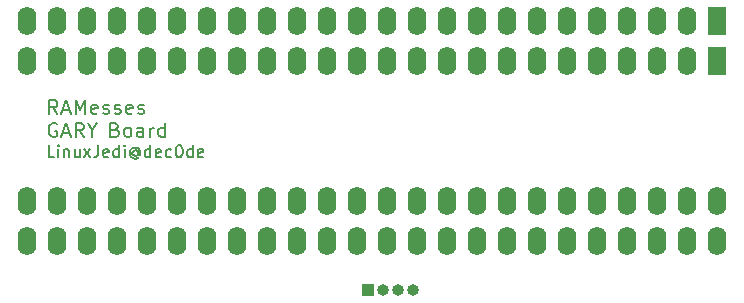
<source format=gbr>
G04 #@! TF.GenerationSoftware,KiCad,Pcbnew,7.0.0-1.fc37*
G04 #@! TF.CreationDate,2023-02-19T18:59:07+00:00*
G04 #@! TF.ProjectId,Gary,47617279-2e6b-4696-9361-645f70636258,rev?*
G04 #@! TF.SameCoordinates,Original*
G04 #@! TF.FileFunction,Soldermask,Top*
G04 #@! TF.FilePolarity,Negative*
%FSLAX46Y46*%
G04 Gerber Fmt 4.6, Leading zero omitted, Abs format (unit mm)*
G04 Created by KiCad (PCBNEW 7.0.0-1.fc37) date 2023-02-19 18:59:07*
%MOMM*%
%LPD*%
G01*
G04 APERTURE LIST*
%ADD10C,0.200000*%
%ADD11C,0.150000*%
%ADD12R,1.600000X2.400000*%
%ADD13O,1.600000X2.400000*%
%ADD14R,1.000000X1.000000*%
%ADD15O,1.000000X1.000000*%
G04 APERTURE END LIST*
D10*
X130562228Y-46763657D02*
X130162228Y-46192228D01*
X129876514Y-46763657D02*
X129876514Y-45563657D01*
X129876514Y-45563657D02*
X130333657Y-45563657D01*
X130333657Y-45563657D02*
X130447942Y-45620800D01*
X130447942Y-45620800D02*
X130505085Y-45677942D01*
X130505085Y-45677942D02*
X130562228Y-45792228D01*
X130562228Y-45792228D02*
X130562228Y-45963657D01*
X130562228Y-45963657D02*
X130505085Y-46077942D01*
X130505085Y-46077942D02*
X130447942Y-46135085D01*
X130447942Y-46135085D02*
X130333657Y-46192228D01*
X130333657Y-46192228D02*
X129876514Y-46192228D01*
X131019371Y-46420800D02*
X131590800Y-46420800D01*
X130905085Y-46763657D02*
X131305085Y-45563657D01*
X131305085Y-45563657D02*
X131705085Y-46763657D01*
X132105085Y-46763657D02*
X132105085Y-45563657D01*
X132105085Y-45563657D02*
X132505085Y-46420800D01*
X132505085Y-46420800D02*
X132905085Y-45563657D01*
X132905085Y-45563657D02*
X132905085Y-46763657D01*
X133933657Y-46706514D02*
X133819371Y-46763657D01*
X133819371Y-46763657D02*
X133590800Y-46763657D01*
X133590800Y-46763657D02*
X133476514Y-46706514D01*
X133476514Y-46706514D02*
X133419371Y-46592228D01*
X133419371Y-46592228D02*
X133419371Y-46135085D01*
X133419371Y-46135085D02*
X133476514Y-46020800D01*
X133476514Y-46020800D02*
X133590800Y-45963657D01*
X133590800Y-45963657D02*
X133819371Y-45963657D01*
X133819371Y-45963657D02*
X133933657Y-46020800D01*
X133933657Y-46020800D02*
X133990800Y-46135085D01*
X133990800Y-46135085D02*
X133990800Y-46249371D01*
X133990800Y-46249371D02*
X133419371Y-46363657D01*
X134447942Y-46706514D02*
X134562228Y-46763657D01*
X134562228Y-46763657D02*
X134790799Y-46763657D01*
X134790799Y-46763657D02*
X134905085Y-46706514D01*
X134905085Y-46706514D02*
X134962228Y-46592228D01*
X134962228Y-46592228D02*
X134962228Y-46535085D01*
X134962228Y-46535085D02*
X134905085Y-46420800D01*
X134905085Y-46420800D02*
X134790799Y-46363657D01*
X134790799Y-46363657D02*
X134619371Y-46363657D01*
X134619371Y-46363657D02*
X134505085Y-46306514D01*
X134505085Y-46306514D02*
X134447942Y-46192228D01*
X134447942Y-46192228D02*
X134447942Y-46135085D01*
X134447942Y-46135085D02*
X134505085Y-46020800D01*
X134505085Y-46020800D02*
X134619371Y-45963657D01*
X134619371Y-45963657D02*
X134790799Y-45963657D01*
X134790799Y-45963657D02*
X134905085Y-46020800D01*
X135419371Y-46706514D02*
X135533657Y-46763657D01*
X135533657Y-46763657D02*
X135762228Y-46763657D01*
X135762228Y-46763657D02*
X135876514Y-46706514D01*
X135876514Y-46706514D02*
X135933657Y-46592228D01*
X135933657Y-46592228D02*
X135933657Y-46535085D01*
X135933657Y-46535085D02*
X135876514Y-46420800D01*
X135876514Y-46420800D02*
X135762228Y-46363657D01*
X135762228Y-46363657D02*
X135590800Y-46363657D01*
X135590800Y-46363657D02*
X135476514Y-46306514D01*
X135476514Y-46306514D02*
X135419371Y-46192228D01*
X135419371Y-46192228D02*
X135419371Y-46135085D01*
X135419371Y-46135085D02*
X135476514Y-46020800D01*
X135476514Y-46020800D02*
X135590800Y-45963657D01*
X135590800Y-45963657D02*
X135762228Y-45963657D01*
X135762228Y-45963657D02*
X135876514Y-46020800D01*
X136905086Y-46706514D02*
X136790800Y-46763657D01*
X136790800Y-46763657D02*
X136562229Y-46763657D01*
X136562229Y-46763657D02*
X136447943Y-46706514D01*
X136447943Y-46706514D02*
X136390800Y-46592228D01*
X136390800Y-46592228D02*
X136390800Y-46135085D01*
X136390800Y-46135085D02*
X136447943Y-46020800D01*
X136447943Y-46020800D02*
X136562229Y-45963657D01*
X136562229Y-45963657D02*
X136790800Y-45963657D01*
X136790800Y-45963657D02*
X136905086Y-46020800D01*
X136905086Y-46020800D02*
X136962229Y-46135085D01*
X136962229Y-46135085D02*
X136962229Y-46249371D01*
X136962229Y-46249371D02*
X136390800Y-46363657D01*
X137419371Y-46706514D02*
X137533657Y-46763657D01*
X137533657Y-46763657D02*
X137762228Y-46763657D01*
X137762228Y-46763657D02*
X137876514Y-46706514D01*
X137876514Y-46706514D02*
X137933657Y-46592228D01*
X137933657Y-46592228D02*
X137933657Y-46535085D01*
X137933657Y-46535085D02*
X137876514Y-46420800D01*
X137876514Y-46420800D02*
X137762228Y-46363657D01*
X137762228Y-46363657D02*
X137590800Y-46363657D01*
X137590800Y-46363657D02*
X137476514Y-46306514D01*
X137476514Y-46306514D02*
X137419371Y-46192228D01*
X137419371Y-46192228D02*
X137419371Y-46135085D01*
X137419371Y-46135085D02*
X137476514Y-46020800D01*
X137476514Y-46020800D02*
X137590800Y-45963657D01*
X137590800Y-45963657D02*
X137762228Y-45963657D01*
X137762228Y-45963657D02*
X137876514Y-46020800D01*
X130505085Y-47564800D02*
X130390800Y-47507657D01*
X130390800Y-47507657D02*
X130219371Y-47507657D01*
X130219371Y-47507657D02*
X130047942Y-47564800D01*
X130047942Y-47564800D02*
X129933657Y-47679085D01*
X129933657Y-47679085D02*
X129876514Y-47793371D01*
X129876514Y-47793371D02*
X129819371Y-48021942D01*
X129819371Y-48021942D02*
X129819371Y-48193371D01*
X129819371Y-48193371D02*
X129876514Y-48421942D01*
X129876514Y-48421942D02*
X129933657Y-48536228D01*
X129933657Y-48536228D02*
X130047942Y-48650514D01*
X130047942Y-48650514D02*
X130219371Y-48707657D01*
X130219371Y-48707657D02*
X130333657Y-48707657D01*
X130333657Y-48707657D02*
X130505085Y-48650514D01*
X130505085Y-48650514D02*
X130562228Y-48593371D01*
X130562228Y-48593371D02*
X130562228Y-48193371D01*
X130562228Y-48193371D02*
X130333657Y-48193371D01*
X131019371Y-48364800D02*
X131590800Y-48364800D01*
X130905085Y-48707657D02*
X131305085Y-47507657D01*
X131305085Y-47507657D02*
X131705085Y-48707657D01*
X132790799Y-48707657D02*
X132390799Y-48136228D01*
X132105085Y-48707657D02*
X132105085Y-47507657D01*
X132105085Y-47507657D02*
X132562228Y-47507657D01*
X132562228Y-47507657D02*
X132676513Y-47564800D01*
X132676513Y-47564800D02*
X132733656Y-47621942D01*
X132733656Y-47621942D02*
X132790799Y-47736228D01*
X132790799Y-47736228D02*
X132790799Y-47907657D01*
X132790799Y-47907657D02*
X132733656Y-48021942D01*
X132733656Y-48021942D02*
X132676513Y-48079085D01*
X132676513Y-48079085D02*
X132562228Y-48136228D01*
X132562228Y-48136228D02*
X132105085Y-48136228D01*
X133533656Y-48136228D02*
X133533656Y-48707657D01*
X133133656Y-47507657D02*
X133533656Y-48136228D01*
X133533656Y-48136228D02*
X133933656Y-47507657D01*
X135453656Y-48079085D02*
X135625084Y-48136228D01*
X135625084Y-48136228D02*
X135682227Y-48193371D01*
X135682227Y-48193371D02*
X135739370Y-48307657D01*
X135739370Y-48307657D02*
X135739370Y-48479085D01*
X135739370Y-48479085D02*
X135682227Y-48593371D01*
X135682227Y-48593371D02*
X135625084Y-48650514D01*
X135625084Y-48650514D02*
X135510799Y-48707657D01*
X135510799Y-48707657D02*
X135053656Y-48707657D01*
X135053656Y-48707657D02*
X135053656Y-47507657D01*
X135053656Y-47507657D02*
X135453656Y-47507657D01*
X135453656Y-47507657D02*
X135567942Y-47564800D01*
X135567942Y-47564800D02*
X135625084Y-47621942D01*
X135625084Y-47621942D02*
X135682227Y-47736228D01*
X135682227Y-47736228D02*
X135682227Y-47850514D01*
X135682227Y-47850514D02*
X135625084Y-47964800D01*
X135625084Y-47964800D02*
X135567942Y-48021942D01*
X135567942Y-48021942D02*
X135453656Y-48079085D01*
X135453656Y-48079085D02*
X135053656Y-48079085D01*
X136425084Y-48707657D02*
X136310799Y-48650514D01*
X136310799Y-48650514D02*
X136253656Y-48593371D01*
X136253656Y-48593371D02*
X136196513Y-48479085D01*
X136196513Y-48479085D02*
X136196513Y-48136228D01*
X136196513Y-48136228D02*
X136253656Y-48021942D01*
X136253656Y-48021942D02*
X136310799Y-47964800D01*
X136310799Y-47964800D02*
X136425084Y-47907657D01*
X136425084Y-47907657D02*
X136596513Y-47907657D01*
X136596513Y-47907657D02*
X136710799Y-47964800D01*
X136710799Y-47964800D02*
X136767942Y-48021942D01*
X136767942Y-48021942D02*
X136825084Y-48136228D01*
X136825084Y-48136228D02*
X136825084Y-48479085D01*
X136825084Y-48479085D02*
X136767942Y-48593371D01*
X136767942Y-48593371D02*
X136710799Y-48650514D01*
X136710799Y-48650514D02*
X136596513Y-48707657D01*
X136596513Y-48707657D02*
X136425084Y-48707657D01*
X137853656Y-48707657D02*
X137853656Y-48079085D01*
X137853656Y-48079085D02*
X137796513Y-47964800D01*
X137796513Y-47964800D02*
X137682227Y-47907657D01*
X137682227Y-47907657D02*
X137453656Y-47907657D01*
X137453656Y-47907657D02*
X137339370Y-47964800D01*
X137853656Y-48650514D02*
X137739370Y-48707657D01*
X137739370Y-48707657D02*
X137453656Y-48707657D01*
X137453656Y-48707657D02*
X137339370Y-48650514D01*
X137339370Y-48650514D02*
X137282227Y-48536228D01*
X137282227Y-48536228D02*
X137282227Y-48421942D01*
X137282227Y-48421942D02*
X137339370Y-48307657D01*
X137339370Y-48307657D02*
X137453656Y-48250514D01*
X137453656Y-48250514D02*
X137739370Y-48250514D01*
X137739370Y-48250514D02*
X137853656Y-48193371D01*
X138425084Y-48707657D02*
X138425084Y-47907657D01*
X138425084Y-48136228D02*
X138482227Y-48021942D01*
X138482227Y-48021942D02*
X138539370Y-47964800D01*
X138539370Y-47964800D02*
X138653655Y-47907657D01*
X138653655Y-47907657D02*
X138767941Y-47907657D01*
X139682227Y-48707657D02*
X139682227Y-47507657D01*
X139682227Y-48650514D02*
X139567941Y-48707657D01*
X139567941Y-48707657D02*
X139339369Y-48707657D01*
X139339369Y-48707657D02*
X139225084Y-48650514D01*
X139225084Y-48650514D02*
X139167941Y-48593371D01*
X139167941Y-48593371D02*
X139110798Y-48479085D01*
X139110798Y-48479085D02*
X139110798Y-48136228D01*
X139110798Y-48136228D02*
X139167941Y-48021942D01*
X139167941Y-48021942D02*
X139225084Y-47964800D01*
X139225084Y-47964800D02*
X139339369Y-47907657D01*
X139339369Y-47907657D02*
X139567941Y-47907657D01*
X139567941Y-47907657D02*
X139682227Y-47964800D01*
D11*
X130299580Y-50405380D02*
X129823390Y-50405380D01*
X129823390Y-50405380D02*
X129823390Y-49405380D01*
X130632914Y-50405380D02*
X130632914Y-49738714D01*
X130632914Y-49405380D02*
X130585295Y-49453000D01*
X130585295Y-49453000D02*
X130632914Y-49500619D01*
X130632914Y-49500619D02*
X130680533Y-49453000D01*
X130680533Y-49453000D02*
X130632914Y-49405380D01*
X130632914Y-49405380D02*
X130632914Y-49500619D01*
X131109104Y-49738714D02*
X131109104Y-50405380D01*
X131109104Y-49833952D02*
X131156723Y-49786333D01*
X131156723Y-49786333D02*
X131251961Y-49738714D01*
X131251961Y-49738714D02*
X131394818Y-49738714D01*
X131394818Y-49738714D02*
X131490056Y-49786333D01*
X131490056Y-49786333D02*
X131537675Y-49881571D01*
X131537675Y-49881571D02*
X131537675Y-50405380D01*
X132442437Y-49738714D02*
X132442437Y-50405380D01*
X132013866Y-49738714D02*
X132013866Y-50262523D01*
X132013866Y-50262523D02*
X132061485Y-50357761D01*
X132061485Y-50357761D02*
X132156723Y-50405380D01*
X132156723Y-50405380D02*
X132299580Y-50405380D01*
X132299580Y-50405380D02*
X132394818Y-50357761D01*
X132394818Y-50357761D02*
X132442437Y-50310142D01*
X132823390Y-50405380D02*
X133347199Y-49738714D01*
X132823390Y-49738714D02*
X133347199Y-50405380D01*
X134013866Y-49405380D02*
X134013866Y-50119666D01*
X134013866Y-50119666D02*
X133966247Y-50262523D01*
X133966247Y-50262523D02*
X133871009Y-50357761D01*
X133871009Y-50357761D02*
X133728152Y-50405380D01*
X133728152Y-50405380D02*
X133632914Y-50405380D01*
X134871009Y-50357761D02*
X134775771Y-50405380D01*
X134775771Y-50405380D02*
X134585295Y-50405380D01*
X134585295Y-50405380D02*
X134490057Y-50357761D01*
X134490057Y-50357761D02*
X134442438Y-50262523D01*
X134442438Y-50262523D02*
X134442438Y-49881571D01*
X134442438Y-49881571D02*
X134490057Y-49786333D01*
X134490057Y-49786333D02*
X134585295Y-49738714D01*
X134585295Y-49738714D02*
X134775771Y-49738714D01*
X134775771Y-49738714D02*
X134871009Y-49786333D01*
X134871009Y-49786333D02*
X134918628Y-49881571D01*
X134918628Y-49881571D02*
X134918628Y-49976809D01*
X134918628Y-49976809D02*
X134442438Y-50072047D01*
X135775771Y-50405380D02*
X135775771Y-49405380D01*
X135775771Y-50357761D02*
X135680533Y-50405380D01*
X135680533Y-50405380D02*
X135490057Y-50405380D01*
X135490057Y-50405380D02*
X135394819Y-50357761D01*
X135394819Y-50357761D02*
X135347200Y-50310142D01*
X135347200Y-50310142D02*
X135299581Y-50214904D01*
X135299581Y-50214904D02*
X135299581Y-49929190D01*
X135299581Y-49929190D02*
X135347200Y-49833952D01*
X135347200Y-49833952D02*
X135394819Y-49786333D01*
X135394819Y-49786333D02*
X135490057Y-49738714D01*
X135490057Y-49738714D02*
X135680533Y-49738714D01*
X135680533Y-49738714D02*
X135775771Y-49786333D01*
X136251962Y-50405380D02*
X136251962Y-49738714D01*
X136251962Y-49405380D02*
X136204343Y-49453000D01*
X136204343Y-49453000D02*
X136251962Y-49500619D01*
X136251962Y-49500619D02*
X136299581Y-49453000D01*
X136299581Y-49453000D02*
X136251962Y-49405380D01*
X136251962Y-49405380D02*
X136251962Y-49500619D01*
X137347199Y-49929190D02*
X137299580Y-49881571D01*
X137299580Y-49881571D02*
X137204342Y-49833952D01*
X137204342Y-49833952D02*
X137109104Y-49833952D01*
X137109104Y-49833952D02*
X137013866Y-49881571D01*
X137013866Y-49881571D02*
X136966247Y-49929190D01*
X136966247Y-49929190D02*
X136918628Y-50024428D01*
X136918628Y-50024428D02*
X136918628Y-50119666D01*
X136918628Y-50119666D02*
X136966247Y-50214904D01*
X136966247Y-50214904D02*
X137013866Y-50262523D01*
X137013866Y-50262523D02*
X137109104Y-50310142D01*
X137109104Y-50310142D02*
X137204342Y-50310142D01*
X137204342Y-50310142D02*
X137299580Y-50262523D01*
X137299580Y-50262523D02*
X137347199Y-50214904D01*
X137347199Y-49833952D02*
X137347199Y-50214904D01*
X137347199Y-50214904D02*
X137394818Y-50262523D01*
X137394818Y-50262523D02*
X137442437Y-50262523D01*
X137442437Y-50262523D02*
X137537676Y-50214904D01*
X137537676Y-50214904D02*
X137585295Y-50119666D01*
X137585295Y-50119666D02*
X137585295Y-49881571D01*
X137585295Y-49881571D02*
X137490057Y-49738714D01*
X137490057Y-49738714D02*
X137347199Y-49643476D01*
X137347199Y-49643476D02*
X137156723Y-49595857D01*
X137156723Y-49595857D02*
X136966247Y-49643476D01*
X136966247Y-49643476D02*
X136823390Y-49738714D01*
X136823390Y-49738714D02*
X136728152Y-49881571D01*
X136728152Y-49881571D02*
X136680533Y-50072047D01*
X136680533Y-50072047D02*
X136728152Y-50262523D01*
X136728152Y-50262523D02*
X136823390Y-50405380D01*
X136823390Y-50405380D02*
X136966247Y-50500619D01*
X136966247Y-50500619D02*
X137156723Y-50548238D01*
X137156723Y-50548238D02*
X137347199Y-50500619D01*
X137347199Y-50500619D02*
X137490057Y-50405380D01*
X138442437Y-50405380D02*
X138442437Y-49405380D01*
X138442437Y-50357761D02*
X138347199Y-50405380D01*
X138347199Y-50405380D02*
X138156723Y-50405380D01*
X138156723Y-50405380D02*
X138061485Y-50357761D01*
X138061485Y-50357761D02*
X138013866Y-50310142D01*
X138013866Y-50310142D02*
X137966247Y-50214904D01*
X137966247Y-50214904D02*
X137966247Y-49929190D01*
X137966247Y-49929190D02*
X138013866Y-49833952D01*
X138013866Y-49833952D02*
X138061485Y-49786333D01*
X138061485Y-49786333D02*
X138156723Y-49738714D01*
X138156723Y-49738714D02*
X138347199Y-49738714D01*
X138347199Y-49738714D02*
X138442437Y-49786333D01*
X139299580Y-50357761D02*
X139204342Y-50405380D01*
X139204342Y-50405380D02*
X139013866Y-50405380D01*
X139013866Y-50405380D02*
X138918628Y-50357761D01*
X138918628Y-50357761D02*
X138871009Y-50262523D01*
X138871009Y-50262523D02*
X138871009Y-49881571D01*
X138871009Y-49881571D02*
X138918628Y-49786333D01*
X138918628Y-49786333D02*
X139013866Y-49738714D01*
X139013866Y-49738714D02*
X139204342Y-49738714D01*
X139204342Y-49738714D02*
X139299580Y-49786333D01*
X139299580Y-49786333D02*
X139347199Y-49881571D01*
X139347199Y-49881571D02*
X139347199Y-49976809D01*
X139347199Y-49976809D02*
X138871009Y-50072047D01*
X140204342Y-50357761D02*
X140109104Y-50405380D01*
X140109104Y-50405380D02*
X139918628Y-50405380D01*
X139918628Y-50405380D02*
X139823390Y-50357761D01*
X139823390Y-50357761D02*
X139775771Y-50310142D01*
X139775771Y-50310142D02*
X139728152Y-50214904D01*
X139728152Y-50214904D02*
X139728152Y-49929190D01*
X139728152Y-49929190D02*
X139775771Y-49833952D01*
X139775771Y-49833952D02*
X139823390Y-49786333D01*
X139823390Y-49786333D02*
X139918628Y-49738714D01*
X139918628Y-49738714D02*
X140109104Y-49738714D01*
X140109104Y-49738714D02*
X140204342Y-49786333D01*
X140823390Y-49405380D02*
X140918628Y-49405380D01*
X140918628Y-49405380D02*
X141013866Y-49453000D01*
X141013866Y-49453000D02*
X141061485Y-49500619D01*
X141061485Y-49500619D02*
X141109104Y-49595857D01*
X141109104Y-49595857D02*
X141156723Y-49786333D01*
X141156723Y-49786333D02*
X141156723Y-50024428D01*
X141156723Y-50024428D02*
X141109104Y-50214904D01*
X141109104Y-50214904D02*
X141061485Y-50310142D01*
X141061485Y-50310142D02*
X141013866Y-50357761D01*
X141013866Y-50357761D02*
X140918628Y-50405380D01*
X140918628Y-50405380D02*
X140823390Y-50405380D01*
X140823390Y-50405380D02*
X140728152Y-50357761D01*
X140728152Y-50357761D02*
X140680533Y-50310142D01*
X140680533Y-50310142D02*
X140632914Y-50214904D01*
X140632914Y-50214904D02*
X140585295Y-50024428D01*
X140585295Y-50024428D02*
X140585295Y-49786333D01*
X140585295Y-49786333D02*
X140632914Y-49595857D01*
X140632914Y-49595857D02*
X140680533Y-49500619D01*
X140680533Y-49500619D02*
X140728152Y-49453000D01*
X140728152Y-49453000D02*
X140823390Y-49405380D01*
X142013866Y-50405380D02*
X142013866Y-49405380D01*
X142013866Y-50357761D02*
X141918628Y-50405380D01*
X141918628Y-50405380D02*
X141728152Y-50405380D01*
X141728152Y-50405380D02*
X141632914Y-50357761D01*
X141632914Y-50357761D02*
X141585295Y-50310142D01*
X141585295Y-50310142D02*
X141537676Y-50214904D01*
X141537676Y-50214904D02*
X141537676Y-49929190D01*
X141537676Y-49929190D02*
X141585295Y-49833952D01*
X141585295Y-49833952D02*
X141632914Y-49786333D01*
X141632914Y-49786333D02*
X141728152Y-49738714D01*
X141728152Y-49738714D02*
X141918628Y-49738714D01*
X141918628Y-49738714D02*
X142013866Y-49786333D01*
X142871009Y-50357761D02*
X142775771Y-50405380D01*
X142775771Y-50405380D02*
X142585295Y-50405380D01*
X142585295Y-50405380D02*
X142490057Y-50357761D01*
X142490057Y-50357761D02*
X142442438Y-50262523D01*
X142442438Y-50262523D02*
X142442438Y-49881571D01*
X142442438Y-49881571D02*
X142490057Y-49786333D01*
X142490057Y-49786333D02*
X142585295Y-49738714D01*
X142585295Y-49738714D02*
X142775771Y-49738714D01*
X142775771Y-49738714D02*
X142871009Y-49786333D01*
X142871009Y-49786333D02*
X142918628Y-49881571D01*
X142918628Y-49881571D02*
X142918628Y-49976809D01*
X142918628Y-49976809D02*
X142442438Y-50072047D01*
D12*
G04 #@! TO.C,U2*
X186425999Y-42234799D03*
D13*
X183885999Y-42234799D03*
X181345999Y-42234799D03*
X178805999Y-42234799D03*
X176265999Y-42234799D03*
X173725999Y-42234799D03*
X171185999Y-42234799D03*
X168645999Y-42234799D03*
X166105999Y-42234799D03*
X163565999Y-42234799D03*
X161025999Y-42234799D03*
X158485999Y-42234799D03*
X155945999Y-42234799D03*
X153405999Y-42234799D03*
X150865999Y-42234799D03*
X148325999Y-42234799D03*
X145785999Y-42234799D03*
X143245999Y-42234799D03*
X140705999Y-42234799D03*
X138165999Y-42234799D03*
X135625999Y-42234799D03*
X133085999Y-42234799D03*
X130545999Y-42234799D03*
X128005999Y-42234799D03*
X128005999Y-57474799D03*
X130545999Y-57474799D03*
X133085999Y-57474799D03*
X135625999Y-57474799D03*
X138165999Y-57474799D03*
X140705999Y-57474799D03*
X143245999Y-57474799D03*
X145785999Y-57474799D03*
X148325999Y-57474799D03*
X150865999Y-57474799D03*
X153405999Y-57474799D03*
X155945999Y-57474799D03*
X158485999Y-57474799D03*
X161025999Y-57474799D03*
X163565999Y-57474799D03*
X166105999Y-57474799D03*
X168645999Y-57474799D03*
X171185999Y-57474799D03*
X173725999Y-57474799D03*
X176265999Y-57474799D03*
X178805999Y-57474799D03*
X181345999Y-57474799D03*
X183885999Y-57474799D03*
X186425999Y-57474799D03*
G04 #@! TD*
D12*
G04 #@! TO.C,U1*
X186425999Y-38856999D03*
D13*
X183885999Y-38856999D03*
X181345999Y-38856999D03*
X178805999Y-38856999D03*
X176265999Y-38856999D03*
X173725999Y-38856999D03*
X171185999Y-38856999D03*
X168645999Y-38856999D03*
X166105999Y-38856999D03*
X163565999Y-38856999D03*
X161025999Y-38856999D03*
X158485999Y-38856999D03*
X155945999Y-38856999D03*
X153405999Y-38856999D03*
X150865999Y-38856999D03*
X148325999Y-38856999D03*
X145785999Y-38856999D03*
X143245999Y-38856999D03*
X140705999Y-38856999D03*
X138165999Y-38856999D03*
X135625999Y-38856999D03*
X133085999Y-38856999D03*
X130545999Y-38856999D03*
X128005999Y-38856999D03*
X128005999Y-54096999D03*
X130545999Y-54096999D03*
X133085999Y-54096999D03*
X135625999Y-54096999D03*
X138165999Y-54096999D03*
X140705999Y-54096999D03*
X143245999Y-54096999D03*
X145785999Y-54096999D03*
X148325999Y-54096999D03*
X150865999Y-54096999D03*
X153405999Y-54096999D03*
X155945999Y-54096999D03*
X158485999Y-54096999D03*
X161025999Y-54096999D03*
X163565999Y-54096999D03*
X166105999Y-54096999D03*
X168645999Y-54096999D03*
X171185999Y-54096999D03*
X173725999Y-54096999D03*
X176265999Y-54096999D03*
X178805999Y-54096999D03*
X181345999Y-54096999D03*
X183885999Y-54096999D03*
X186425999Y-54096999D03*
G04 #@! TD*
D14*
G04 #@! TO.C,J1*
X156849999Y-61639599D03*
D15*
X158119999Y-61639599D03*
X159389999Y-61639599D03*
X160659999Y-61639599D03*
G04 #@! TD*
M02*

</source>
